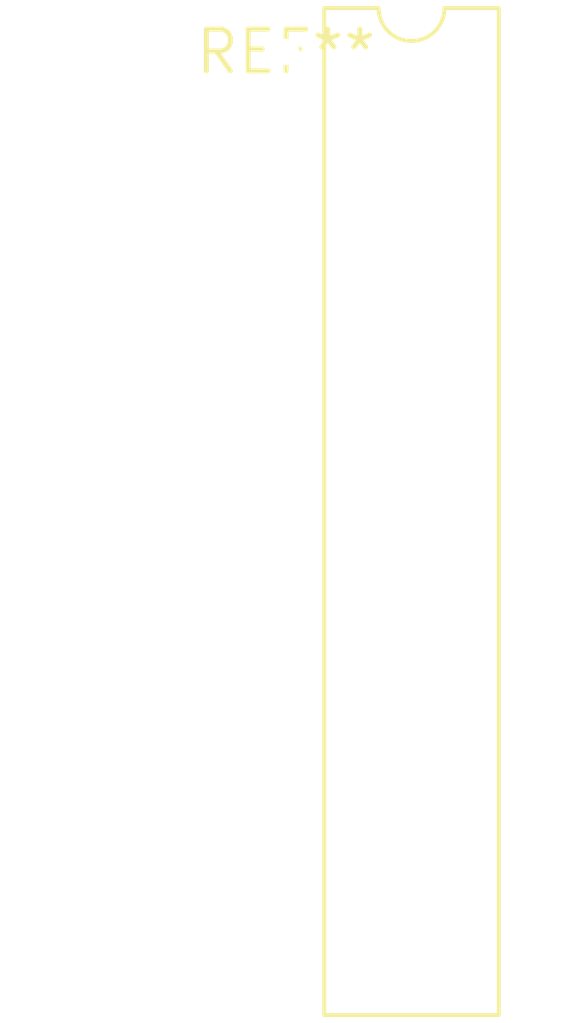
<source format=kicad_pcb>
(kicad_pcb (version 20240108) (generator pcbnew)
  (layers (0 "F.Cu" signal) (31 "B.Cu" signal) (34 "B.Paste" user) (35 "F.Paste" user) (36 "B.SilkS" user "B.Silkscreen") (37 "F.SilkS" user "F.Silkscreen") (38 "B.Mask" user) (39 "F.Mask" user) (44 "Edge.Cuts" user))
  (net 0 "")
  (footprint "DIP-24_W7.62mm" (layer "F.Cu") (at 0 0)
    (property "Reference" "REF**")
    (property "Value" "DIP-24_W7.62mm")
    (fp_line (start 1.16 -1.33) (end 1.16 29.27) (layer "F.SilkS") (stroke (width 0.12)))
    (fp_line (start 1.16 29.27) (end 6.46 29.27) (layer "F.SilkS") (stroke (width 0.12)))
    (fp_line (start 2.81 -1.33) (end 1.16 -1.33) (layer "F.SilkS") (stroke (width 0.12)))
    (fp_line (start 6.46 -1.33) (end 4.81 -1.33) (layer "F.SilkS") (stroke (width 0.12)))
    (fp_line (start 6.46 29.27) (end 6.46 -1.33) (layer "F.SilkS") (stroke (width 0.12)))
    (fp_arc (start 4.81 -1.33) (mid 3.81 -0.33) (end 2.81 -1.33) (layer "F.SilkS") (stroke (width 0.12)))
    (pad "1" thru_hole rect (at 0 0) (size 1.6 1.6) (drill 0.8) (layers *.Cu *.Mask) (remove_unused_layers))
    (pad "2" thru_hole oval (at 0 2.54) (size 1.6 1.6) (drill 0.8) (layers *.Cu *.Mask) (remove_unused_layers))
    (pad "3" thru_hole oval (at 0 5.08) (size 1.6 1.6) (drill 0.8) (layers *.Cu *.Mask) (remove_unused_layers))
    (pad "4" thru_hole oval (at 0 7.62) (size 1.6 1.6) (drill 0.8) (layers *.Cu *.Mask) (remove_unused_layers))
    (pad "5" thru_hole oval (at 0 10.16) (size 1.6 1.6) (drill 0.8) (layers *.Cu *.Mask) (remove_unused_layers))
    (pad "6" thru_hole oval (at 0 12.7) (size 1.6 1.6) (drill 0.8) (layers *.Cu *.Mask) (remove_unused_layers))
    (pad "7" thru_hole oval (at 0 15.24) (size 1.6 1.6) (drill 0.8) (layers *.Cu *.Mask) (remove_unused_layers))
    (pad "8" thru_hole oval (at 0 17.78) (size 1.6 1.6) (drill 0.8) (layers *.Cu *.Mask) (remove_unused_layers))
    (pad "9" thru_hole oval (at 0 20.32) (size 1.6 1.6) (drill 0.8) (layers *.Cu *.Mask) (remove_unused_layers))
    (pad "10" thru_hole oval (at 0 22.86) (size 1.6 1.6) (drill 0.8) (layers *.Cu *.Mask) (remove_unused_layers))
    (pad "11" thru_hole oval (at 0 25.4) (size 1.6 1.6) (drill 0.8) (layers *.Cu *.Mask) (remove_unused_layers))
    (pad "12" thru_hole oval (at 0 27.94) (size 1.6 1.6) (drill 0.8) (layers *.Cu *.Mask) (remove_unused_layers))
    (pad "13" thru_hole oval (at 7.62 27.94) (size 1.6 1.6) (drill 0.8) (layers *.Cu *.Mask) (remove_unused_layers))
    (pad "14" thru_hole oval (at 7.62 25.4) (size 1.6 1.6) (drill 0.8) (layers *.Cu *.Mask) (remove_unused_layers))
    (pad "15" thru_hole oval (at 7.62 22.86) (size 1.6 1.6) (drill 0.8) (layers *.Cu *.Mask) (remove_unused_layers))
    (pad "16" thru_hole oval (at 7.62 20.32) (size 1.6 1.6) (drill 0.8) (layers *.Cu *.Mask) (remove_unused_layers))
    (pad "17" thru_hole oval (at 7.62 17.78) (size 1.6 1.6) (drill 0.8) (layers *.Cu *.Mask) (remove_unused_layers))
    (pad "18" thru_hole oval (at 7.62 15.24) (size 1.6 1.6) (drill 0.8) (layers *.Cu *.Mask) (remove_unused_layers))
    (pad "19" thru_hole oval (at 7.62 12.7) (size 1.6 1.6) (drill 0.8) (layers *.Cu *.Mask) (remove_unused_layers))
    (pad "20" thru_hole oval (at 7.62 10.16) (size 1.6 1.6) (drill 0.8) (layers *.Cu *.Mask) (remove_unused_layers))
    (pad "21" thru_hole oval (at 7.62 7.62) (size 1.6 1.6) (drill 0.8) (layers *.Cu *.Mask) (remove_unused_layers))
    (pad "22" thru_hole oval (at 7.62 5.08) (size 1.6 1.6) (drill 0.8) (layers *.Cu *.Mask) (remove_unused_layers))
    (pad "23" thru_hole oval (at 7.62 2.54) (size 1.6 1.6) (drill 0.8) (layers *.Cu *.Mask) (remove_unused_layers))
    (pad "24" thru_hole oval (at 7.62 0) (size 1.6 1.6) (drill 0.8) (layers *.Cu *.Mask) (remove_unused_layers))
  )
)
</source>
